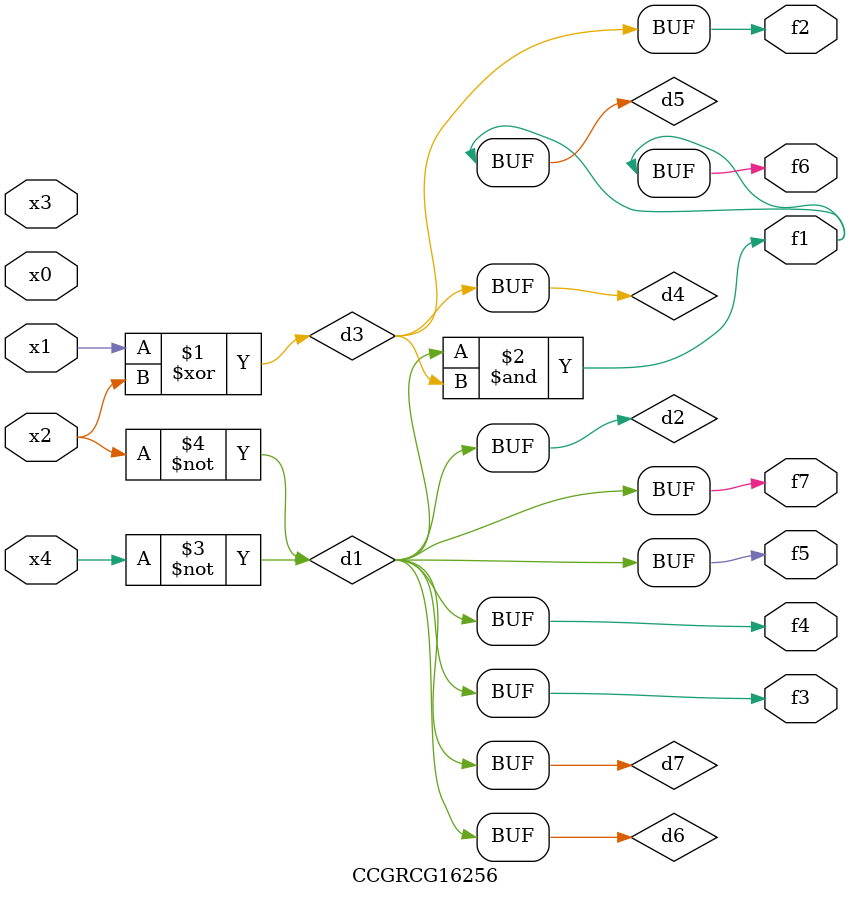
<source format=v>
module CCGRCG16256(
	input x0, x1, x2, x3, x4,
	output f1, f2, f3, f4, f5, f6, f7
);

	wire d1, d2, d3, d4, d5, d6, d7;

	not (d1, x4);
	not (d2, x2);
	xor (d3, x1, x2);
	buf (d4, d3);
	and (d5, d1, d3);
	buf (d6, d1, d2);
	buf (d7, d2);
	assign f1 = d5;
	assign f2 = d4;
	assign f3 = d7;
	assign f4 = d7;
	assign f5 = d7;
	assign f6 = d5;
	assign f7 = d7;
endmodule

</source>
